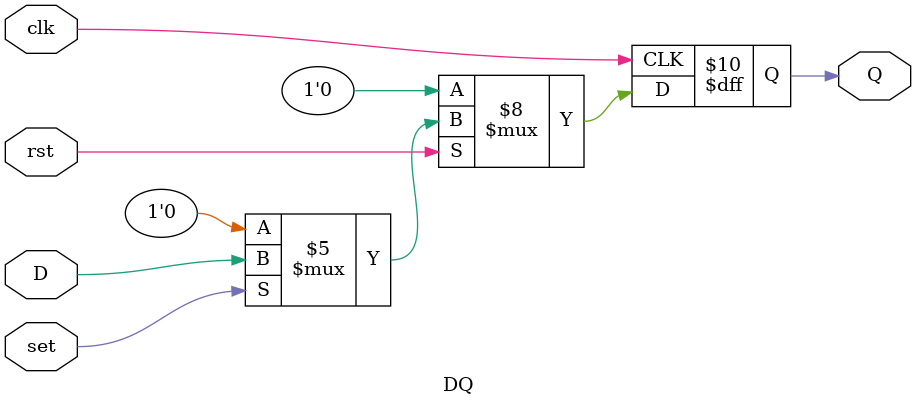
<source format=v>
module DQ(
input D,
input clk,  
input rst,
input set, 
output reg Q); 

always @(posedge clk) 
begin
 if(rst==1'b0)
  Q <= 1'b0; 
 else 
if(set==1'b0)
Q <= 1'b0;
else

  Q <= D; 
end 

endmodule
</source>
